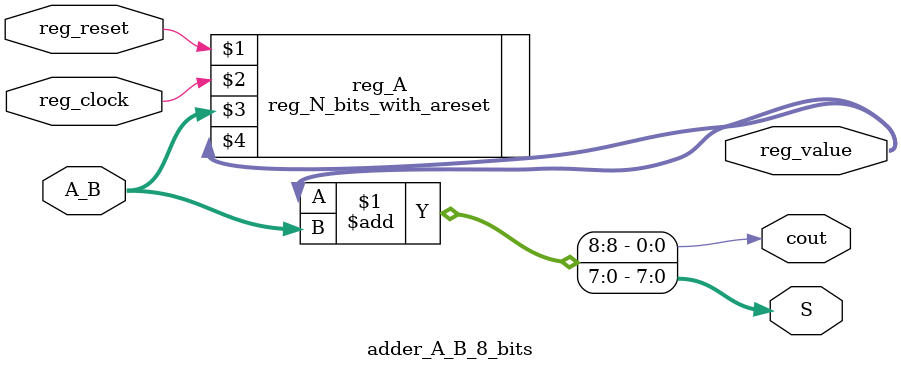
<source format=v>
module adder_A_B_8_bits(
	input [7:0] A_B,
	input reg_reset, reg_clock,
	output [7:0] reg_value,
	output cout,
	output [7:0] S);
	
	reg_N_bits_with_areset reg_A(reg_reset, reg_clock, A_B, reg_value);
	
	assign {cout, S} = reg_value + A_B;
	
endmodule

</source>
